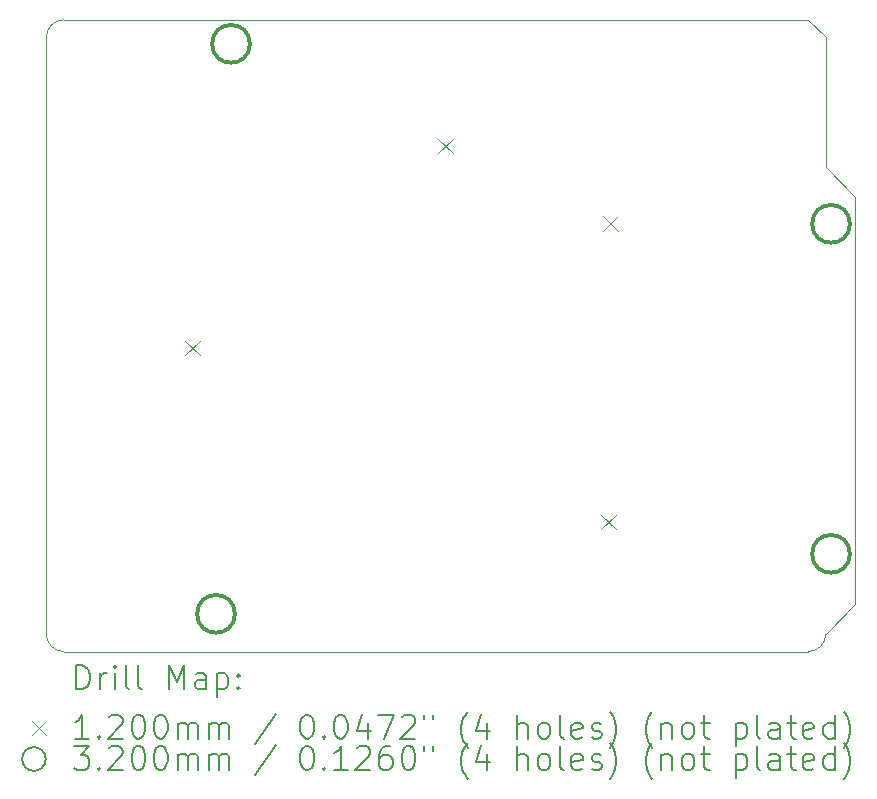
<source format=gbr>
%TF.GenerationSoftware,KiCad,Pcbnew,7.0.8*%
%TF.CreationDate,2023-12-02T16:18:23-07:00*%
%TF.ProjectId,drs,6472732e-6b69-4636-9164-5f7063625858,v1*%
%TF.SameCoordinates,Original*%
%TF.FileFunction,Drillmap*%
%TF.FilePolarity,Positive*%
%FSLAX45Y45*%
G04 Gerber Fmt 4.5, Leading zero omitted, Abs format (unit mm)*
G04 Created by KiCad (PCBNEW 7.0.8) date 2023-12-02 16:18:23*
%MOMM*%
%LPD*%
G01*
G04 APERTURE LIST*
%ADD10C,0.100000*%
%ADD11C,0.200000*%
%ADD12C,0.120000*%
%ADD13C,0.320000*%
G04 APERTURE END LIST*
D10*
X18300000Y-8450000D02*
X18300000Y-9050000D01*
X18050000Y-7100000D02*
X18050000Y-8200000D01*
X17900000Y-12300000D02*
G75*
G03*
X18050000Y-12150000I0J150000D01*
G01*
X18300000Y-11900000D02*
X18050000Y-12150000D01*
X17900000Y-6950000D02*
X18050000Y-7100000D01*
X11600000Y-6950000D02*
X17900000Y-6950000D01*
X11600000Y-6950000D02*
G75*
G03*
X11450000Y-7100000I0J-150000D01*
G01*
X18050000Y-8200000D02*
X18300000Y-8450000D01*
X11450000Y-7100000D02*
X11450000Y-12150000D01*
X17900000Y-12300000D02*
X11600000Y-12300000D01*
X11450000Y-12150000D02*
G75*
G03*
X11600000Y-12300000I150000J0D01*
G01*
X18300000Y-9050000D02*
X18300000Y-11900000D01*
D11*
D12*
X12627500Y-9670000D02*
X12747500Y-9790000D01*
X12747500Y-9670000D02*
X12627500Y-9790000D01*
X14770000Y-7960000D02*
X14890000Y-8080000D01*
X14890000Y-7960000D02*
X14770000Y-8080000D01*
X16150000Y-11140000D02*
X16270000Y-11260000D01*
X16270000Y-11140000D02*
X16150000Y-11260000D01*
X16167500Y-8615000D02*
X16287500Y-8735000D01*
X16287500Y-8615000D02*
X16167500Y-8735000D01*
D13*
X13047000Y-11980000D02*
G75*
G03*
X13047000Y-11980000I-160000J0D01*
G01*
X13174000Y-7154000D02*
G75*
G03*
X13174000Y-7154000I-160000J0D01*
G01*
X18254000Y-8678000D02*
G75*
G03*
X18254000Y-8678000I-160000J0D01*
G01*
X18254000Y-11472000D02*
G75*
G03*
X18254000Y-11472000I-160000J0D01*
G01*
D11*
X11705777Y-12616484D02*
X11705777Y-12416484D01*
X11705777Y-12416484D02*
X11753396Y-12416484D01*
X11753396Y-12416484D02*
X11781967Y-12426008D01*
X11781967Y-12426008D02*
X11801015Y-12445055D01*
X11801015Y-12445055D02*
X11810539Y-12464103D01*
X11810539Y-12464103D02*
X11820062Y-12502198D01*
X11820062Y-12502198D02*
X11820062Y-12530769D01*
X11820062Y-12530769D02*
X11810539Y-12568865D01*
X11810539Y-12568865D02*
X11801015Y-12587912D01*
X11801015Y-12587912D02*
X11781967Y-12606960D01*
X11781967Y-12606960D02*
X11753396Y-12616484D01*
X11753396Y-12616484D02*
X11705777Y-12616484D01*
X11905777Y-12616484D02*
X11905777Y-12483150D01*
X11905777Y-12521246D02*
X11915301Y-12502198D01*
X11915301Y-12502198D02*
X11924824Y-12492674D01*
X11924824Y-12492674D02*
X11943872Y-12483150D01*
X11943872Y-12483150D02*
X11962920Y-12483150D01*
X12029586Y-12616484D02*
X12029586Y-12483150D01*
X12029586Y-12416484D02*
X12020062Y-12426008D01*
X12020062Y-12426008D02*
X12029586Y-12435531D01*
X12029586Y-12435531D02*
X12039110Y-12426008D01*
X12039110Y-12426008D02*
X12029586Y-12416484D01*
X12029586Y-12416484D02*
X12029586Y-12435531D01*
X12153396Y-12616484D02*
X12134348Y-12606960D01*
X12134348Y-12606960D02*
X12124824Y-12587912D01*
X12124824Y-12587912D02*
X12124824Y-12416484D01*
X12258158Y-12616484D02*
X12239110Y-12606960D01*
X12239110Y-12606960D02*
X12229586Y-12587912D01*
X12229586Y-12587912D02*
X12229586Y-12416484D01*
X12486729Y-12616484D02*
X12486729Y-12416484D01*
X12486729Y-12416484D02*
X12553396Y-12559341D01*
X12553396Y-12559341D02*
X12620062Y-12416484D01*
X12620062Y-12416484D02*
X12620062Y-12616484D01*
X12801015Y-12616484D02*
X12801015Y-12511722D01*
X12801015Y-12511722D02*
X12791491Y-12492674D01*
X12791491Y-12492674D02*
X12772443Y-12483150D01*
X12772443Y-12483150D02*
X12734348Y-12483150D01*
X12734348Y-12483150D02*
X12715301Y-12492674D01*
X12801015Y-12606960D02*
X12781967Y-12616484D01*
X12781967Y-12616484D02*
X12734348Y-12616484D01*
X12734348Y-12616484D02*
X12715301Y-12606960D01*
X12715301Y-12606960D02*
X12705777Y-12587912D01*
X12705777Y-12587912D02*
X12705777Y-12568865D01*
X12705777Y-12568865D02*
X12715301Y-12549817D01*
X12715301Y-12549817D02*
X12734348Y-12540293D01*
X12734348Y-12540293D02*
X12781967Y-12540293D01*
X12781967Y-12540293D02*
X12801015Y-12530769D01*
X12896253Y-12483150D02*
X12896253Y-12683150D01*
X12896253Y-12492674D02*
X12915301Y-12483150D01*
X12915301Y-12483150D02*
X12953396Y-12483150D01*
X12953396Y-12483150D02*
X12972443Y-12492674D01*
X12972443Y-12492674D02*
X12981967Y-12502198D01*
X12981967Y-12502198D02*
X12991491Y-12521246D01*
X12991491Y-12521246D02*
X12991491Y-12578388D01*
X12991491Y-12578388D02*
X12981967Y-12597436D01*
X12981967Y-12597436D02*
X12972443Y-12606960D01*
X12972443Y-12606960D02*
X12953396Y-12616484D01*
X12953396Y-12616484D02*
X12915301Y-12616484D01*
X12915301Y-12616484D02*
X12896253Y-12606960D01*
X13077205Y-12597436D02*
X13086729Y-12606960D01*
X13086729Y-12606960D02*
X13077205Y-12616484D01*
X13077205Y-12616484D02*
X13067682Y-12606960D01*
X13067682Y-12606960D02*
X13077205Y-12597436D01*
X13077205Y-12597436D02*
X13077205Y-12616484D01*
X13077205Y-12492674D02*
X13086729Y-12502198D01*
X13086729Y-12502198D02*
X13077205Y-12511722D01*
X13077205Y-12511722D02*
X13067682Y-12502198D01*
X13067682Y-12502198D02*
X13077205Y-12492674D01*
X13077205Y-12492674D02*
X13077205Y-12511722D01*
D12*
X11325000Y-12885000D02*
X11445000Y-13005000D01*
X11445000Y-12885000D02*
X11325000Y-13005000D01*
D11*
X11810539Y-13036484D02*
X11696253Y-13036484D01*
X11753396Y-13036484D02*
X11753396Y-12836484D01*
X11753396Y-12836484D02*
X11734348Y-12865055D01*
X11734348Y-12865055D02*
X11715301Y-12884103D01*
X11715301Y-12884103D02*
X11696253Y-12893627D01*
X11896253Y-13017436D02*
X11905777Y-13026960D01*
X11905777Y-13026960D02*
X11896253Y-13036484D01*
X11896253Y-13036484D02*
X11886729Y-13026960D01*
X11886729Y-13026960D02*
X11896253Y-13017436D01*
X11896253Y-13017436D02*
X11896253Y-13036484D01*
X11981967Y-12855531D02*
X11991491Y-12846008D01*
X11991491Y-12846008D02*
X12010539Y-12836484D01*
X12010539Y-12836484D02*
X12058158Y-12836484D01*
X12058158Y-12836484D02*
X12077205Y-12846008D01*
X12077205Y-12846008D02*
X12086729Y-12855531D01*
X12086729Y-12855531D02*
X12096253Y-12874579D01*
X12096253Y-12874579D02*
X12096253Y-12893627D01*
X12096253Y-12893627D02*
X12086729Y-12922198D01*
X12086729Y-12922198D02*
X11972443Y-13036484D01*
X11972443Y-13036484D02*
X12096253Y-13036484D01*
X12220062Y-12836484D02*
X12239110Y-12836484D01*
X12239110Y-12836484D02*
X12258158Y-12846008D01*
X12258158Y-12846008D02*
X12267682Y-12855531D01*
X12267682Y-12855531D02*
X12277205Y-12874579D01*
X12277205Y-12874579D02*
X12286729Y-12912674D01*
X12286729Y-12912674D02*
X12286729Y-12960293D01*
X12286729Y-12960293D02*
X12277205Y-12998388D01*
X12277205Y-12998388D02*
X12267682Y-13017436D01*
X12267682Y-13017436D02*
X12258158Y-13026960D01*
X12258158Y-13026960D02*
X12239110Y-13036484D01*
X12239110Y-13036484D02*
X12220062Y-13036484D01*
X12220062Y-13036484D02*
X12201015Y-13026960D01*
X12201015Y-13026960D02*
X12191491Y-13017436D01*
X12191491Y-13017436D02*
X12181967Y-12998388D01*
X12181967Y-12998388D02*
X12172443Y-12960293D01*
X12172443Y-12960293D02*
X12172443Y-12912674D01*
X12172443Y-12912674D02*
X12181967Y-12874579D01*
X12181967Y-12874579D02*
X12191491Y-12855531D01*
X12191491Y-12855531D02*
X12201015Y-12846008D01*
X12201015Y-12846008D02*
X12220062Y-12836484D01*
X12410539Y-12836484D02*
X12429586Y-12836484D01*
X12429586Y-12836484D02*
X12448634Y-12846008D01*
X12448634Y-12846008D02*
X12458158Y-12855531D01*
X12458158Y-12855531D02*
X12467682Y-12874579D01*
X12467682Y-12874579D02*
X12477205Y-12912674D01*
X12477205Y-12912674D02*
X12477205Y-12960293D01*
X12477205Y-12960293D02*
X12467682Y-12998388D01*
X12467682Y-12998388D02*
X12458158Y-13017436D01*
X12458158Y-13017436D02*
X12448634Y-13026960D01*
X12448634Y-13026960D02*
X12429586Y-13036484D01*
X12429586Y-13036484D02*
X12410539Y-13036484D01*
X12410539Y-13036484D02*
X12391491Y-13026960D01*
X12391491Y-13026960D02*
X12381967Y-13017436D01*
X12381967Y-13017436D02*
X12372443Y-12998388D01*
X12372443Y-12998388D02*
X12362920Y-12960293D01*
X12362920Y-12960293D02*
X12362920Y-12912674D01*
X12362920Y-12912674D02*
X12372443Y-12874579D01*
X12372443Y-12874579D02*
X12381967Y-12855531D01*
X12381967Y-12855531D02*
X12391491Y-12846008D01*
X12391491Y-12846008D02*
X12410539Y-12836484D01*
X12562920Y-13036484D02*
X12562920Y-12903150D01*
X12562920Y-12922198D02*
X12572443Y-12912674D01*
X12572443Y-12912674D02*
X12591491Y-12903150D01*
X12591491Y-12903150D02*
X12620063Y-12903150D01*
X12620063Y-12903150D02*
X12639110Y-12912674D01*
X12639110Y-12912674D02*
X12648634Y-12931722D01*
X12648634Y-12931722D02*
X12648634Y-13036484D01*
X12648634Y-12931722D02*
X12658158Y-12912674D01*
X12658158Y-12912674D02*
X12677205Y-12903150D01*
X12677205Y-12903150D02*
X12705777Y-12903150D01*
X12705777Y-12903150D02*
X12724824Y-12912674D01*
X12724824Y-12912674D02*
X12734348Y-12931722D01*
X12734348Y-12931722D02*
X12734348Y-13036484D01*
X12829586Y-13036484D02*
X12829586Y-12903150D01*
X12829586Y-12922198D02*
X12839110Y-12912674D01*
X12839110Y-12912674D02*
X12858158Y-12903150D01*
X12858158Y-12903150D02*
X12886729Y-12903150D01*
X12886729Y-12903150D02*
X12905777Y-12912674D01*
X12905777Y-12912674D02*
X12915301Y-12931722D01*
X12915301Y-12931722D02*
X12915301Y-13036484D01*
X12915301Y-12931722D02*
X12924824Y-12912674D01*
X12924824Y-12912674D02*
X12943872Y-12903150D01*
X12943872Y-12903150D02*
X12972443Y-12903150D01*
X12972443Y-12903150D02*
X12991491Y-12912674D01*
X12991491Y-12912674D02*
X13001015Y-12931722D01*
X13001015Y-12931722D02*
X13001015Y-13036484D01*
X13391491Y-12826960D02*
X13220063Y-13084103D01*
X13648634Y-12836484D02*
X13667682Y-12836484D01*
X13667682Y-12836484D02*
X13686729Y-12846008D01*
X13686729Y-12846008D02*
X13696253Y-12855531D01*
X13696253Y-12855531D02*
X13705777Y-12874579D01*
X13705777Y-12874579D02*
X13715301Y-12912674D01*
X13715301Y-12912674D02*
X13715301Y-12960293D01*
X13715301Y-12960293D02*
X13705777Y-12998388D01*
X13705777Y-12998388D02*
X13696253Y-13017436D01*
X13696253Y-13017436D02*
X13686729Y-13026960D01*
X13686729Y-13026960D02*
X13667682Y-13036484D01*
X13667682Y-13036484D02*
X13648634Y-13036484D01*
X13648634Y-13036484D02*
X13629586Y-13026960D01*
X13629586Y-13026960D02*
X13620063Y-13017436D01*
X13620063Y-13017436D02*
X13610539Y-12998388D01*
X13610539Y-12998388D02*
X13601015Y-12960293D01*
X13601015Y-12960293D02*
X13601015Y-12912674D01*
X13601015Y-12912674D02*
X13610539Y-12874579D01*
X13610539Y-12874579D02*
X13620063Y-12855531D01*
X13620063Y-12855531D02*
X13629586Y-12846008D01*
X13629586Y-12846008D02*
X13648634Y-12836484D01*
X13801015Y-13017436D02*
X13810539Y-13026960D01*
X13810539Y-13026960D02*
X13801015Y-13036484D01*
X13801015Y-13036484D02*
X13791491Y-13026960D01*
X13791491Y-13026960D02*
X13801015Y-13017436D01*
X13801015Y-13017436D02*
X13801015Y-13036484D01*
X13934348Y-12836484D02*
X13953396Y-12836484D01*
X13953396Y-12836484D02*
X13972444Y-12846008D01*
X13972444Y-12846008D02*
X13981967Y-12855531D01*
X13981967Y-12855531D02*
X13991491Y-12874579D01*
X13991491Y-12874579D02*
X14001015Y-12912674D01*
X14001015Y-12912674D02*
X14001015Y-12960293D01*
X14001015Y-12960293D02*
X13991491Y-12998388D01*
X13991491Y-12998388D02*
X13981967Y-13017436D01*
X13981967Y-13017436D02*
X13972444Y-13026960D01*
X13972444Y-13026960D02*
X13953396Y-13036484D01*
X13953396Y-13036484D02*
X13934348Y-13036484D01*
X13934348Y-13036484D02*
X13915301Y-13026960D01*
X13915301Y-13026960D02*
X13905777Y-13017436D01*
X13905777Y-13017436D02*
X13896253Y-12998388D01*
X13896253Y-12998388D02*
X13886729Y-12960293D01*
X13886729Y-12960293D02*
X13886729Y-12912674D01*
X13886729Y-12912674D02*
X13896253Y-12874579D01*
X13896253Y-12874579D02*
X13905777Y-12855531D01*
X13905777Y-12855531D02*
X13915301Y-12846008D01*
X13915301Y-12846008D02*
X13934348Y-12836484D01*
X14172444Y-12903150D02*
X14172444Y-13036484D01*
X14124825Y-12826960D02*
X14077206Y-12969817D01*
X14077206Y-12969817D02*
X14201015Y-12969817D01*
X14258158Y-12836484D02*
X14391491Y-12836484D01*
X14391491Y-12836484D02*
X14305777Y-13036484D01*
X14458158Y-12855531D02*
X14467682Y-12846008D01*
X14467682Y-12846008D02*
X14486729Y-12836484D01*
X14486729Y-12836484D02*
X14534348Y-12836484D01*
X14534348Y-12836484D02*
X14553396Y-12846008D01*
X14553396Y-12846008D02*
X14562920Y-12855531D01*
X14562920Y-12855531D02*
X14572444Y-12874579D01*
X14572444Y-12874579D02*
X14572444Y-12893627D01*
X14572444Y-12893627D02*
X14562920Y-12922198D01*
X14562920Y-12922198D02*
X14448634Y-13036484D01*
X14448634Y-13036484D02*
X14572444Y-13036484D01*
X14648634Y-12836484D02*
X14648634Y-12874579D01*
X14724825Y-12836484D02*
X14724825Y-12874579D01*
X15020063Y-13112674D02*
X15010539Y-13103150D01*
X15010539Y-13103150D02*
X14991491Y-13074579D01*
X14991491Y-13074579D02*
X14981968Y-13055531D01*
X14981968Y-13055531D02*
X14972444Y-13026960D01*
X14972444Y-13026960D02*
X14962920Y-12979341D01*
X14962920Y-12979341D02*
X14962920Y-12941246D01*
X14962920Y-12941246D02*
X14972444Y-12893627D01*
X14972444Y-12893627D02*
X14981968Y-12865055D01*
X14981968Y-12865055D02*
X14991491Y-12846008D01*
X14991491Y-12846008D02*
X15010539Y-12817436D01*
X15010539Y-12817436D02*
X15020063Y-12807912D01*
X15181968Y-12903150D02*
X15181968Y-13036484D01*
X15134348Y-12826960D02*
X15086729Y-12969817D01*
X15086729Y-12969817D02*
X15210539Y-12969817D01*
X15439110Y-13036484D02*
X15439110Y-12836484D01*
X15524825Y-13036484D02*
X15524825Y-12931722D01*
X15524825Y-12931722D02*
X15515301Y-12912674D01*
X15515301Y-12912674D02*
X15496253Y-12903150D01*
X15496253Y-12903150D02*
X15467682Y-12903150D01*
X15467682Y-12903150D02*
X15448634Y-12912674D01*
X15448634Y-12912674D02*
X15439110Y-12922198D01*
X15648634Y-13036484D02*
X15629587Y-13026960D01*
X15629587Y-13026960D02*
X15620063Y-13017436D01*
X15620063Y-13017436D02*
X15610539Y-12998388D01*
X15610539Y-12998388D02*
X15610539Y-12941246D01*
X15610539Y-12941246D02*
X15620063Y-12922198D01*
X15620063Y-12922198D02*
X15629587Y-12912674D01*
X15629587Y-12912674D02*
X15648634Y-12903150D01*
X15648634Y-12903150D02*
X15677206Y-12903150D01*
X15677206Y-12903150D02*
X15696253Y-12912674D01*
X15696253Y-12912674D02*
X15705777Y-12922198D01*
X15705777Y-12922198D02*
X15715301Y-12941246D01*
X15715301Y-12941246D02*
X15715301Y-12998388D01*
X15715301Y-12998388D02*
X15705777Y-13017436D01*
X15705777Y-13017436D02*
X15696253Y-13026960D01*
X15696253Y-13026960D02*
X15677206Y-13036484D01*
X15677206Y-13036484D02*
X15648634Y-13036484D01*
X15829587Y-13036484D02*
X15810539Y-13026960D01*
X15810539Y-13026960D02*
X15801015Y-13007912D01*
X15801015Y-13007912D02*
X15801015Y-12836484D01*
X15981968Y-13026960D02*
X15962920Y-13036484D01*
X15962920Y-13036484D02*
X15924825Y-13036484D01*
X15924825Y-13036484D02*
X15905777Y-13026960D01*
X15905777Y-13026960D02*
X15896253Y-13007912D01*
X15896253Y-13007912D02*
X15896253Y-12931722D01*
X15896253Y-12931722D02*
X15905777Y-12912674D01*
X15905777Y-12912674D02*
X15924825Y-12903150D01*
X15924825Y-12903150D02*
X15962920Y-12903150D01*
X15962920Y-12903150D02*
X15981968Y-12912674D01*
X15981968Y-12912674D02*
X15991491Y-12931722D01*
X15991491Y-12931722D02*
X15991491Y-12950769D01*
X15991491Y-12950769D02*
X15896253Y-12969817D01*
X16067682Y-13026960D02*
X16086730Y-13036484D01*
X16086730Y-13036484D02*
X16124825Y-13036484D01*
X16124825Y-13036484D02*
X16143872Y-13026960D01*
X16143872Y-13026960D02*
X16153396Y-13007912D01*
X16153396Y-13007912D02*
X16153396Y-12998388D01*
X16153396Y-12998388D02*
X16143872Y-12979341D01*
X16143872Y-12979341D02*
X16124825Y-12969817D01*
X16124825Y-12969817D02*
X16096253Y-12969817D01*
X16096253Y-12969817D02*
X16077206Y-12960293D01*
X16077206Y-12960293D02*
X16067682Y-12941246D01*
X16067682Y-12941246D02*
X16067682Y-12931722D01*
X16067682Y-12931722D02*
X16077206Y-12912674D01*
X16077206Y-12912674D02*
X16096253Y-12903150D01*
X16096253Y-12903150D02*
X16124825Y-12903150D01*
X16124825Y-12903150D02*
X16143872Y-12912674D01*
X16220063Y-13112674D02*
X16229587Y-13103150D01*
X16229587Y-13103150D02*
X16248634Y-13074579D01*
X16248634Y-13074579D02*
X16258158Y-13055531D01*
X16258158Y-13055531D02*
X16267682Y-13026960D01*
X16267682Y-13026960D02*
X16277206Y-12979341D01*
X16277206Y-12979341D02*
X16277206Y-12941246D01*
X16277206Y-12941246D02*
X16267682Y-12893627D01*
X16267682Y-12893627D02*
X16258158Y-12865055D01*
X16258158Y-12865055D02*
X16248634Y-12846008D01*
X16248634Y-12846008D02*
X16229587Y-12817436D01*
X16229587Y-12817436D02*
X16220063Y-12807912D01*
X16581968Y-13112674D02*
X16572444Y-13103150D01*
X16572444Y-13103150D02*
X16553396Y-13074579D01*
X16553396Y-13074579D02*
X16543872Y-13055531D01*
X16543872Y-13055531D02*
X16534349Y-13026960D01*
X16534349Y-13026960D02*
X16524825Y-12979341D01*
X16524825Y-12979341D02*
X16524825Y-12941246D01*
X16524825Y-12941246D02*
X16534349Y-12893627D01*
X16534349Y-12893627D02*
X16543872Y-12865055D01*
X16543872Y-12865055D02*
X16553396Y-12846008D01*
X16553396Y-12846008D02*
X16572444Y-12817436D01*
X16572444Y-12817436D02*
X16581968Y-12807912D01*
X16658158Y-12903150D02*
X16658158Y-13036484D01*
X16658158Y-12922198D02*
X16667682Y-12912674D01*
X16667682Y-12912674D02*
X16686730Y-12903150D01*
X16686730Y-12903150D02*
X16715301Y-12903150D01*
X16715301Y-12903150D02*
X16734349Y-12912674D01*
X16734349Y-12912674D02*
X16743872Y-12931722D01*
X16743872Y-12931722D02*
X16743872Y-13036484D01*
X16867682Y-13036484D02*
X16848634Y-13026960D01*
X16848634Y-13026960D02*
X16839111Y-13017436D01*
X16839111Y-13017436D02*
X16829587Y-12998388D01*
X16829587Y-12998388D02*
X16829587Y-12941246D01*
X16829587Y-12941246D02*
X16839111Y-12922198D01*
X16839111Y-12922198D02*
X16848634Y-12912674D01*
X16848634Y-12912674D02*
X16867682Y-12903150D01*
X16867682Y-12903150D02*
X16896254Y-12903150D01*
X16896254Y-12903150D02*
X16915301Y-12912674D01*
X16915301Y-12912674D02*
X16924825Y-12922198D01*
X16924825Y-12922198D02*
X16934349Y-12941246D01*
X16934349Y-12941246D02*
X16934349Y-12998388D01*
X16934349Y-12998388D02*
X16924825Y-13017436D01*
X16924825Y-13017436D02*
X16915301Y-13026960D01*
X16915301Y-13026960D02*
X16896254Y-13036484D01*
X16896254Y-13036484D02*
X16867682Y-13036484D01*
X16991492Y-12903150D02*
X17067682Y-12903150D01*
X17020063Y-12836484D02*
X17020063Y-13007912D01*
X17020063Y-13007912D02*
X17029587Y-13026960D01*
X17029587Y-13026960D02*
X17048634Y-13036484D01*
X17048634Y-13036484D02*
X17067682Y-13036484D01*
X17286730Y-12903150D02*
X17286730Y-13103150D01*
X17286730Y-12912674D02*
X17305777Y-12903150D01*
X17305777Y-12903150D02*
X17343873Y-12903150D01*
X17343873Y-12903150D02*
X17362920Y-12912674D01*
X17362920Y-12912674D02*
X17372444Y-12922198D01*
X17372444Y-12922198D02*
X17381968Y-12941246D01*
X17381968Y-12941246D02*
X17381968Y-12998388D01*
X17381968Y-12998388D02*
X17372444Y-13017436D01*
X17372444Y-13017436D02*
X17362920Y-13026960D01*
X17362920Y-13026960D02*
X17343873Y-13036484D01*
X17343873Y-13036484D02*
X17305777Y-13036484D01*
X17305777Y-13036484D02*
X17286730Y-13026960D01*
X17496254Y-13036484D02*
X17477206Y-13026960D01*
X17477206Y-13026960D02*
X17467682Y-13007912D01*
X17467682Y-13007912D02*
X17467682Y-12836484D01*
X17658158Y-13036484D02*
X17658158Y-12931722D01*
X17658158Y-12931722D02*
X17648635Y-12912674D01*
X17648635Y-12912674D02*
X17629587Y-12903150D01*
X17629587Y-12903150D02*
X17591492Y-12903150D01*
X17591492Y-12903150D02*
X17572444Y-12912674D01*
X17658158Y-13026960D02*
X17639111Y-13036484D01*
X17639111Y-13036484D02*
X17591492Y-13036484D01*
X17591492Y-13036484D02*
X17572444Y-13026960D01*
X17572444Y-13026960D02*
X17562920Y-13007912D01*
X17562920Y-13007912D02*
X17562920Y-12988865D01*
X17562920Y-12988865D02*
X17572444Y-12969817D01*
X17572444Y-12969817D02*
X17591492Y-12960293D01*
X17591492Y-12960293D02*
X17639111Y-12960293D01*
X17639111Y-12960293D02*
X17658158Y-12950769D01*
X17724825Y-12903150D02*
X17801015Y-12903150D01*
X17753396Y-12836484D02*
X17753396Y-13007912D01*
X17753396Y-13007912D02*
X17762920Y-13026960D01*
X17762920Y-13026960D02*
X17781968Y-13036484D01*
X17781968Y-13036484D02*
X17801015Y-13036484D01*
X17943873Y-13026960D02*
X17924825Y-13036484D01*
X17924825Y-13036484D02*
X17886730Y-13036484D01*
X17886730Y-13036484D02*
X17867682Y-13026960D01*
X17867682Y-13026960D02*
X17858158Y-13007912D01*
X17858158Y-13007912D02*
X17858158Y-12931722D01*
X17858158Y-12931722D02*
X17867682Y-12912674D01*
X17867682Y-12912674D02*
X17886730Y-12903150D01*
X17886730Y-12903150D02*
X17924825Y-12903150D01*
X17924825Y-12903150D02*
X17943873Y-12912674D01*
X17943873Y-12912674D02*
X17953396Y-12931722D01*
X17953396Y-12931722D02*
X17953396Y-12950769D01*
X17953396Y-12950769D02*
X17858158Y-12969817D01*
X18124825Y-13036484D02*
X18124825Y-12836484D01*
X18124825Y-13026960D02*
X18105777Y-13036484D01*
X18105777Y-13036484D02*
X18067682Y-13036484D01*
X18067682Y-13036484D02*
X18048635Y-13026960D01*
X18048635Y-13026960D02*
X18039111Y-13017436D01*
X18039111Y-13017436D02*
X18029587Y-12998388D01*
X18029587Y-12998388D02*
X18029587Y-12941246D01*
X18029587Y-12941246D02*
X18039111Y-12922198D01*
X18039111Y-12922198D02*
X18048635Y-12912674D01*
X18048635Y-12912674D02*
X18067682Y-12903150D01*
X18067682Y-12903150D02*
X18105777Y-12903150D01*
X18105777Y-12903150D02*
X18124825Y-12912674D01*
X18201016Y-13112674D02*
X18210539Y-13103150D01*
X18210539Y-13103150D02*
X18229587Y-13074579D01*
X18229587Y-13074579D02*
X18239111Y-13055531D01*
X18239111Y-13055531D02*
X18248635Y-13026960D01*
X18248635Y-13026960D02*
X18258158Y-12979341D01*
X18258158Y-12979341D02*
X18258158Y-12941246D01*
X18258158Y-12941246D02*
X18248635Y-12893627D01*
X18248635Y-12893627D02*
X18239111Y-12865055D01*
X18239111Y-12865055D02*
X18229587Y-12846008D01*
X18229587Y-12846008D02*
X18210539Y-12817436D01*
X18210539Y-12817436D02*
X18201016Y-12807912D01*
X11445000Y-13209000D02*
G75*
G03*
X11445000Y-13209000I-100000J0D01*
G01*
X11686729Y-13100484D02*
X11810539Y-13100484D01*
X11810539Y-13100484D02*
X11743872Y-13176674D01*
X11743872Y-13176674D02*
X11772443Y-13176674D01*
X11772443Y-13176674D02*
X11791491Y-13186198D01*
X11791491Y-13186198D02*
X11801015Y-13195722D01*
X11801015Y-13195722D02*
X11810539Y-13214769D01*
X11810539Y-13214769D02*
X11810539Y-13262388D01*
X11810539Y-13262388D02*
X11801015Y-13281436D01*
X11801015Y-13281436D02*
X11791491Y-13290960D01*
X11791491Y-13290960D02*
X11772443Y-13300484D01*
X11772443Y-13300484D02*
X11715301Y-13300484D01*
X11715301Y-13300484D02*
X11696253Y-13290960D01*
X11696253Y-13290960D02*
X11686729Y-13281436D01*
X11896253Y-13281436D02*
X11905777Y-13290960D01*
X11905777Y-13290960D02*
X11896253Y-13300484D01*
X11896253Y-13300484D02*
X11886729Y-13290960D01*
X11886729Y-13290960D02*
X11896253Y-13281436D01*
X11896253Y-13281436D02*
X11896253Y-13300484D01*
X11981967Y-13119531D02*
X11991491Y-13110008D01*
X11991491Y-13110008D02*
X12010539Y-13100484D01*
X12010539Y-13100484D02*
X12058158Y-13100484D01*
X12058158Y-13100484D02*
X12077205Y-13110008D01*
X12077205Y-13110008D02*
X12086729Y-13119531D01*
X12086729Y-13119531D02*
X12096253Y-13138579D01*
X12096253Y-13138579D02*
X12096253Y-13157627D01*
X12096253Y-13157627D02*
X12086729Y-13186198D01*
X12086729Y-13186198D02*
X11972443Y-13300484D01*
X11972443Y-13300484D02*
X12096253Y-13300484D01*
X12220062Y-13100484D02*
X12239110Y-13100484D01*
X12239110Y-13100484D02*
X12258158Y-13110008D01*
X12258158Y-13110008D02*
X12267682Y-13119531D01*
X12267682Y-13119531D02*
X12277205Y-13138579D01*
X12277205Y-13138579D02*
X12286729Y-13176674D01*
X12286729Y-13176674D02*
X12286729Y-13224293D01*
X12286729Y-13224293D02*
X12277205Y-13262388D01*
X12277205Y-13262388D02*
X12267682Y-13281436D01*
X12267682Y-13281436D02*
X12258158Y-13290960D01*
X12258158Y-13290960D02*
X12239110Y-13300484D01*
X12239110Y-13300484D02*
X12220062Y-13300484D01*
X12220062Y-13300484D02*
X12201015Y-13290960D01*
X12201015Y-13290960D02*
X12191491Y-13281436D01*
X12191491Y-13281436D02*
X12181967Y-13262388D01*
X12181967Y-13262388D02*
X12172443Y-13224293D01*
X12172443Y-13224293D02*
X12172443Y-13176674D01*
X12172443Y-13176674D02*
X12181967Y-13138579D01*
X12181967Y-13138579D02*
X12191491Y-13119531D01*
X12191491Y-13119531D02*
X12201015Y-13110008D01*
X12201015Y-13110008D02*
X12220062Y-13100484D01*
X12410539Y-13100484D02*
X12429586Y-13100484D01*
X12429586Y-13100484D02*
X12448634Y-13110008D01*
X12448634Y-13110008D02*
X12458158Y-13119531D01*
X12458158Y-13119531D02*
X12467682Y-13138579D01*
X12467682Y-13138579D02*
X12477205Y-13176674D01*
X12477205Y-13176674D02*
X12477205Y-13224293D01*
X12477205Y-13224293D02*
X12467682Y-13262388D01*
X12467682Y-13262388D02*
X12458158Y-13281436D01*
X12458158Y-13281436D02*
X12448634Y-13290960D01*
X12448634Y-13290960D02*
X12429586Y-13300484D01*
X12429586Y-13300484D02*
X12410539Y-13300484D01*
X12410539Y-13300484D02*
X12391491Y-13290960D01*
X12391491Y-13290960D02*
X12381967Y-13281436D01*
X12381967Y-13281436D02*
X12372443Y-13262388D01*
X12372443Y-13262388D02*
X12362920Y-13224293D01*
X12362920Y-13224293D02*
X12362920Y-13176674D01*
X12362920Y-13176674D02*
X12372443Y-13138579D01*
X12372443Y-13138579D02*
X12381967Y-13119531D01*
X12381967Y-13119531D02*
X12391491Y-13110008D01*
X12391491Y-13110008D02*
X12410539Y-13100484D01*
X12562920Y-13300484D02*
X12562920Y-13167150D01*
X12562920Y-13186198D02*
X12572443Y-13176674D01*
X12572443Y-13176674D02*
X12591491Y-13167150D01*
X12591491Y-13167150D02*
X12620063Y-13167150D01*
X12620063Y-13167150D02*
X12639110Y-13176674D01*
X12639110Y-13176674D02*
X12648634Y-13195722D01*
X12648634Y-13195722D02*
X12648634Y-13300484D01*
X12648634Y-13195722D02*
X12658158Y-13176674D01*
X12658158Y-13176674D02*
X12677205Y-13167150D01*
X12677205Y-13167150D02*
X12705777Y-13167150D01*
X12705777Y-13167150D02*
X12724824Y-13176674D01*
X12724824Y-13176674D02*
X12734348Y-13195722D01*
X12734348Y-13195722D02*
X12734348Y-13300484D01*
X12829586Y-13300484D02*
X12829586Y-13167150D01*
X12829586Y-13186198D02*
X12839110Y-13176674D01*
X12839110Y-13176674D02*
X12858158Y-13167150D01*
X12858158Y-13167150D02*
X12886729Y-13167150D01*
X12886729Y-13167150D02*
X12905777Y-13176674D01*
X12905777Y-13176674D02*
X12915301Y-13195722D01*
X12915301Y-13195722D02*
X12915301Y-13300484D01*
X12915301Y-13195722D02*
X12924824Y-13176674D01*
X12924824Y-13176674D02*
X12943872Y-13167150D01*
X12943872Y-13167150D02*
X12972443Y-13167150D01*
X12972443Y-13167150D02*
X12991491Y-13176674D01*
X12991491Y-13176674D02*
X13001015Y-13195722D01*
X13001015Y-13195722D02*
X13001015Y-13300484D01*
X13391491Y-13090960D02*
X13220063Y-13348103D01*
X13648634Y-13100484D02*
X13667682Y-13100484D01*
X13667682Y-13100484D02*
X13686729Y-13110008D01*
X13686729Y-13110008D02*
X13696253Y-13119531D01*
X13696253Y-13119531D02*
X13705777Y-13138579D01*
X13705777Y-13138579D02*
X13715301Y-13176674D01*
X13715301Y-13176674D02*
X13715301Y-13224293D01*
X13715301Y-13224293D02*
X13705777Y-13262388D01*
X13705777Y-13262388D02*
X13696253Y-13281436D01*
X13696253Y-13281436D02*
X13686729Y-13290960D01*
X13686729Y-13290960D02*
X13667682Y-13300484D01*
X13667682Y-13300484D02*
X13648634Y-13300484D01*
X13648634Y-13300484D02*
X13629586Y-13290960D01*
X13629586Y-13290960D02*
X13620063Y-13281436D01*
X13620063Y-13281436D02*
X13610539Y-13262388D01*
X13610539Y-13262388D02*
X13601015Y-13224293D01*
X13601015Y-13224293D02*
X13601015Y-13176674D01*
X13601015Y-13176674D02*
X13610539Y-13138579D01*
X13610539Y-13138579D02*
X13620063Y-13119531D01*
X13620063Y-13119531D02*
X13629586Y-13110008D01*
X13629586Y-13110008D02*
X13648634Y-13100484D01*
X13801015Y-13281436D02*
X13810539Y-13290960D01*
X13810539Y-13290960D02*
X13801015Y-13300484D01*
X13801015Y-13300484D02*
X13791491Y-13290960D01*
X13791491Y-13290960D02*
X13801015Y-13281436D01*
X13801015Y-13281436D02*
X13801015Y-13300484D01*
X14001015Y-13300484D02*
X13886729Y-13300484D01*
X13943872Y-13300484D02*
X13943872Y-13100484D01*
X13943872Y-13100484D02*
X13924825Y-13129055D01*
X13924825Y-13129055D02*
X13905777Y-13148103D01*
X13905777Y-13148103D02*
X13886729Y-13157627D01*
X14077206Y-13119531D02*
X14086729Y-13110008D01*
X14086729Y-13110008D02*
X14105777Y-13100484D01*
X14105777Y-13100484D02*
X14153396Y-13100484D01*
X14153396Y-13100484D02*
X14172444Y-13110008D01*
X14172444Y-13110008D02*
X14181967Y-13119531D01*
X14181967Y-13119531D02*
X14191491Y-13138579D01*
X14191491Y-13138579D02*
X14191491Y-13157627D01*
X14191491Y-13157627D02*
X14181967Y-13186198D01*
X14181967Y-13186198D02*
X14067682Y-13300484D01*
X14067682Y-13300484D02*
X14191491Y-13300484D01*
X14362920Y-13100484D02*
X14324825Y-13100484D01*
X14324825Y-13100484D02*
X14305777Y-13110008D01*
X14305777Y-13110008D02*
X14296253Y-13119531D01*
X14296253Y-13119531D02*
X14277206Y-13148103D01*
X14277206Y-13148103D02*
X14267682Y-13186198D01*
X14267682Y-13186198D02*
X14267682Y-13262388D01*
X14267682Y-13262388D02*
X14277206Y-13281436D01*
X14277206Y-13281436D02*
X14286729Y-13290960D01*
X14286729Y-13290960D02*
X14305777Y-13300484D01*
X14305777Y-13300484D02*
X14343872Y-13300484D01*
X14343872Y-13300484D02*
X14362920Y-13290960D01*
X14362920Y-13290960D02*
X14372444Y-13281436D01*
X14372444Y-13281436D02*
X14381967Y-13262388D01*
X14381967Y-13262388D02*
X14381967Y-13214769D01*
X14381967Y-13214769D02*
X14372444Y-13195722D01*
X14372444Y-13195722D02*
X14362920Y-13186198D01*
X14362920Y-13186198D02*
X14343872Y-13176674D01*
X14343872Y-13176674D02*
X14305777Y-13176674D01*
X14305777Y-13176674D02*
X14286729Y-13186198D01*
X14286729Y-13186198D02*
X14277206Y-13195722D01*
X14277206Y-13195722D02*
X14267682Y-13214769D01*
X14505777Y-13100484D02*
X14524825Y-13100484D01*
X14524825Y-13100484D02*
X14543872Y-13110008D01*
X14543872Y-13110008D02*
X14553396Y-13119531D01*
X14553396Y-13119531D02*
X14562920Y-13138579D01*
X14562920Y-13138579D02*
X14572444Y-13176674D01*
X14572444Y-13176674D02*
X14572444Y-13224293D01*
X14572444Y-13224293D02*
X14562920Y-13262388D01*
X14562920Y-13262388D02*
X14553396Y-13281436D01*
X14553396Y-13281436D02*
X14543872Y-13290960D01*
X14543872Y-13290960D02*
X14524825Y-13300484D01*
X14524825Y-13300484D02*
X14505777Y-13300484D01*
X14505777Y-13300484D02*
X14486729Y-13290960D01*
X14486729Y-13290960D02*
X14477206Y-13281436D01*
X14477206Y-13281436D02*
X14467682Y-13262388D01*
X14467682Y-13262388D02*
X14458158Y-13224293D01*
X14458158Y-13224293D02*
X14458158Y-13176674D01*
X14458158Y-13176674D02*
X14467682Y-13138579D01*
X14467682Y-13138579D02*
X14477206Y-13119531D01*
X14477206Y-13119531D02*
X14486729Y-13110008D01*
X14486729Y-13110008D02*
X14505777Y-13100484D01*
X14648634Y-13100484D02*
X14648634Y-13138579D01*
X14724825Y-13100484D02*
X14724825Y-13138579D01*
X15020063Y-13376674D02*
X15010539Y-13367150D01*
X15010539Y-13367150D02*
X14991491Y-13338579D01*
X14991491Y-13338579D02*
X14981968Y-13319531D01*
X14981968Y-13319531D02*
X14972444Y-13290960D01*
X14972444Y-13290960D02*
X14962920Y-13243341D01*
X14962920Y-13243341D02*
X14962920Y-13205246D01*
X14962920Y-13205246D02*
X14972444Y-13157627D01*
X14972444Y-13157627D02*
X14981968Y-13129055D01*
X14981968Y-13129055D02*
X14991491Y-13110008D01*
X14991491Y-13110008D02*
X15010539Y-13081436D01*
X15010539Y-13081436D02*
X15020063Y-13071912D01*
X15181968Y-13167150D02*
X15181968Y-13300484D01*
X15134348Y-13090960D02*
X15086729Y-13233817D01*
X15086729Y-13233817D02*
X15210539Y-13233817D01*
X15439110Y-13300484D02*
X15439110Y-13100484D01*
X15524825Y-13300484D02*
X15524825Y-13195722D01*
X15524825Y-13195722D02*
X15515301Y-13176674D01*
X15515301Y-13176674D02*
X15496253Y-13167150D01*
X15496253Y-13167150D02*
X15467682Y-13167150D01*
X15467682Y-13167150D02*
X15448634Y-13176674D01*
X15448634Y-13176674D02*
X15439110Y-13186198D01*
X15648634Y-13300484D02*
X15629587Y-13290960D01*
X15629587Y-13290960D02*
X15620063Y-13281436D01*
X15620063Y-13281436D02*
X15610539Y-13262388D01*
X15610539Y-13262388D02*
X15610539Y-13205246D01*
X15610539Y-13205246D02*
X15620063Y-13186198D01*
X15620063Y-13186198D02*
X15629587Y-13176674D01*
X15629587Y-13176674D02*
X15648634Y-13167150D01*
X15648634Y-13167150D02*
X15677206Y-13167150D01*
X15677206Y-13167150D02*
X15696253Y-13176674D01*
X15696253Y-13176674D02*
X15705777Y-13186198D01*
X15705777Y-13186198D02*
X15715301Y-13205246D01*
X15715301Y-13205246D02*
X15715301Y-13262388D01*
X15715301Y-13262388D02*
X15705777Y-13281436D01*
X15705777Y-13281436D02*
X15696253Y-13290960D01*
X15696253Y-13290960D02*
X15677206Y-13300484D01*
X15677206Y-13300484D02*
X15648634Y-13300484D01*
X15829587Y-13300484D02*
X15810539Y-13290960D01*
X15810539Y-13290960D02*
X15801015Y-13271912D01*
X15801015Y-13271912D02*
X15801015Y-13100484D01*
X15981968Y-13290960D02*
X15962920Y-13300484D01*
X15962920Y-13300484D02*
X15924825Y-13300484D01*
X15924825Y-13300484D02*
X15905777Y-13290960D01*
X15905777Y-13290960D02*
X15896253Y-13271912D01*
X15896253Y-13271912D02*
X15896253Y-13195722D01*
X15896253Y-13195722D02*
X15905777Y-13176674D01*
X15905777Y-13176674D02*
X15924825Y-13167150D01*
X15924825Y-13167150D02*
X15962920Y-13167150D01*
X15962920Y-13167150D02*
X15981968Y-13176674D01*
X15981968Y-13176674D02*
X15991491Y-13195722D01*
X15991491Y-13195722D02*
X15991491Y-13214769D01*
X15991491Y-13214769D02*
X15896253Y-13233817D01*
X16067682Y-13290960D02*
X16086730Y-13300484D01*
X16086730Y-13300484D02*
X16124825Y-13300484D01*
X16124825Y-13300484D02*
X16143872Y-13290960D01*
X16143872Y-13290960D02*
X16153396Y-13271912D01*
X16153396Y-13271912D02*
X16153396Y-13262388D01*
X16153396Y-13262388D02*
X16143872Y-13243341D01*
X16143872Y-13243341D02*
X16124825Y-13233817D01*
X16124825Y-13233817D02*
X16096253Y-13233817D01*
X16096253Y-13233817D02*
X16077206Y-13224293D01*
X16077206Y-13224293D02*
X16067682Y-13205246D01*
X16067682Y-13205246D02*
X16067682Y-13195722D01*
X16067682Y-13195722D02*
X16077206Y-13176674D01*
X16077206Y-13176674D02*
X16096253Y-13167150D01*
X16096253Y-13167150D02*
X16124825Y-13167150D01*
X16124825Y-13167150D02*
X16143872Y-13176674D01*
X16220063Y-13376674D02*
X16229587Y-13367150D01*
X16229587Y-13367150D02*
X16248634Y-13338579D01*
X16248634Y-13338579D02*
X16258158Y-13319531D01*
X16258158Y-13319531D02*
X16267682Y-13290960D01*
X16267682Y-13290960D02*
X16277206Y-13243341D01*
X16277206Y-13243341D02*
X16277206Y-13205246D01*
X16277206Y-13205246D02*
X16267682Y-13157627D01*
X16267682Y-13157627D02*
X16258158Y-13129055D01*
X16258158Y-13129055D02*
X16248634Y-13110008D01*
X16248634Y-13110008D02*
X16229587Y-13081436D01*
X16229587Y-13081436D02*
X16220063Y-13071912D01*
X16581968Y-13376674D02*
X16572444Y-13367150D01*
X16572444Y-13367150D02*
X16553396Y-13338579D01*
X16553396Y-13338579D02*
X16543872Y-13319531D01*
X16543872Y-13319531D02*
X16534349Y-13290960D01*
X16534349Y-13290960D02*
X16524825Y-13243341D01*
X16524825Y-13243341D02*
X16524825Y-13205246D01*
X16524825Y-13205246D02*
X16534349Y-13157627D01*
X16534349Y-13157627D02*
X16543872Y-13129055D01*
X16543872Y-13129055D02*
X16553396Y-13110008D01*
X16553396Y-13110008D02*
X16572444Y-13081436D01*
X16572444Y-13081436D02*
X16581968Y-13071912D01*
X16658158Y-13167150D02*
X16658158Y-13300484D01*
X16658158Y-13186198D02*
X16667682Y-13176674D01*
X16667682Y-13176674D02*
X16686730Y-13167150D01*
X16686730Y-13167150D02*
X16715301Y-13167150D01*
X16715301Y-13167150D02*
X16734349Y-13176674D01*
X16734349Y-13176674D02*
X16743872Y-13195722D01*
X16743872Y-13195722D02*
X16743872Y-13300484D01*
X16867682Y-13300484D02*
X16848634Y-13290960D01*
X16848634Y-13290960D02*
X16839111Y-13281436D01*
X16839111Y-13281436D02*
X16829587Y-13262388D01*
X16829587Y-13262388D02*
X16829587Y-13205246D01*
X16829587Y-13205246D02*
X16839111Y-13186198D01*
X16839111Y-13186198D02*
X16848634Y-13176674D01*
X16848634Y-13176674D02*
X16867682Y-13167150D01*
X16867682Y-13167150D02*
X16896254Y-13167150D01*
X16896254Y-13167150D02*
X16915301Y-13176674D01*
X16915301Y-13176674D02*
X16924825Y-13186198D01*
X16924825Y-13186198D02*
X16934349Y-13205246D01*
X16934349Y-13205246D02*
X16934349Y-13262388D01*
X16934349Y-13262388D02*
X16924825Y-13281436D01*
X16924825Y-13281436D02*
X16915301Y-13290960D01*
X16915301Y-13290960D02*
X16896254Y-13300484D01*
X16896254Y-13300484D02*
X16867682Y-13300484D01*
X16991492Y-13167150D02*
X17067682Y-13167150D01*
X17020063Y-13100484D02*
X17020063Y-13271912D01*
X17020063Y-13271912D02*
X17029587Y-13290960D01*
X17029587Y-13290960D02*
X17048634Y-13300484D01*
X17048634Y-13300484D02*
X17067682Y-13300484D01*
X17286730Y-13167150D02*
X17286730Y-13367150D01*
X17286730Y-13176674D02*
X17305777Y-13167150D01*
X17305777Y-13167150D02*
X17343873Y-13167150D01*
X17343873Y-13167150D02*
X17362920Y-13176674D01*
X17362920Y-13176674D02*
X17372444Y-13186198D01*
X17372444Y-13186198D02*
X17381968Y-13205246D01*
X17381968Y-13205246D02*
X17381968Y-13262388D01*
X17381968Y-13262388D02*
X17372444Y-13281436D01*
X17372444Y-13281436D02*
X17362920Y-13290960D01*
X17362920Y-13290960D02*
X17343873Y-13300484D01*
X17343873Y-13300484D02*
X17305777Y-13300484D01*
X17305777Y-13300484D02*
X17286730Y-13290960D01*
X17496254Y-13300484D02*
X17477206Y-13290960D01*
X17477206Y-13290960D02*
X17467682Y-13271912D01*
X17467682Y-13271912D02*
X17467682Y-13100484D01*
X17658158Y-13300484D02*
X17658158Y-13195722D01*
X17658158Y-13195722D02*
X17648635Y-13176674D01*
X17648635Y-13176674D02*
X17629587Y-13167150D01*
X17629587Y-13167150D02*
X17591492Y-13167150D01*
X17591492Y-13167150D02*
X17572444Y-13176674D01*
X17658158Y-13290960D02*
X17639111Y-13300484D01*
X17639111Y-13300484D02*
X17591492Y-13300484D01*
X17591492Y-13300484D02*
X17572444Y-13290960D01*
X17572444Y-13290960D02*
X17562920Y-13271912D01*
X17562920Y-13271912D02*
X17562920Y-13252865D01*
X17562920Y-13252865D02*
X17572444Y-13233817D01*
X17572444Y-13233817D02*
X17591492Y-13224293D01*
X17591492Y-13224293D02*
X17639111Y-13224293D01*
X17639111Y-13224293D02*
X17658158Y-13214769D01*
X17724825Y-13167150D02*
X17801015Y-13167150D01*
X17753396Y-13100484D02*
X17753396Y-13271912D01*
X17753396Y-13271912D02*
X17762920Y-13290960D01*
X17762920Y-13290960D02*
X17781968Y-13300484D01*
X17781968Y-13300484D02*
X17801015Y-13300484D01*
X17943873Y-13290960D02*
X17924825Y-13300484D01*
X17924825Y-13300484D02*
X17886730Y-13300484D01*
X17886730Y-13300484D02*
X17867682Y-13290960D01*
X17867682Y-13290960D02*
X17858158Y-13271912D01*
X17858158Y-13271912D02*
X17858158Y-13195722D01*
X17858158Y-13195722D02*
X17867682Y-13176674D01*
X17867682Y-13176674D02*
X17886730Y-13167150D01*
X17886730Y-13167150D02*
X17924825Y-13167150D01*
X17924825Y-13167150D02*
X17943873Y-13176674D01*
X17943873Y-13176674D02*
X17953396Y-13195722D01*
X17953396Y-13195722D02*
X17953396Y-13214769D01*
X17953396Y-13214769D02*
X17858158Y-13233817D01*
X18124825Y-13300484D02*
X18124825Y-13100484D01*
X18124825Y-13290960D02*
X18105777Y-13300484D01*
X18105777Y-13300484D02*
X18067682Y-13300484D01*
X18067682Y-13300484D02*
X18048635Y-13290960D01*
X18048635Y-13290960D02*
X18039111Y-13281436D01*
X18039111Y-13281436D02*
X18029587Y-13262388D01*
X18029587Y-13262388D02*
X18029587Y-13205246D01*
X18029587Y-13205246D02*
X18039111Y-13186198D01*
X18039111Y-13186198D02*
X18048635Y-13176674D01*
X18048635Y-13176674D02*
X18067682Y-13167150D01*
X18067682Y-13167150D02*
X18105777Y-13167150D01*
X18105777Y-13167150D02*
X18124825Y-13176674D01*
X18201016Y-13376674D02*
X18210539Y-13367150D01*
X18210539Y-13367150D02*
X18229587Y-13338579D01*
X18229587Y-13338579D02*
X18239111Y-13319531D01*
X18239111Y-13319531D02*
X18248635Y-13290960D01*
X18248635Y-13290960D02*
X18258158Y-13243341D01*
X18258158Y-13243341D02*
X18258158Y-13205246D01*
X18258158Y-13205246D02*
X18248635Y-13157627D01*
X18248635Y-13157627D02*
X18239111Y-13129055D01*
X18239111Y-13129055D02*
X18229587Y-13110008D01*
X18229587Y-13110008D02*
X18210539Y-13081436D01*
X18210539Y-13081436D02*
X18201016Y-13071912D01*
M02*

</source>
